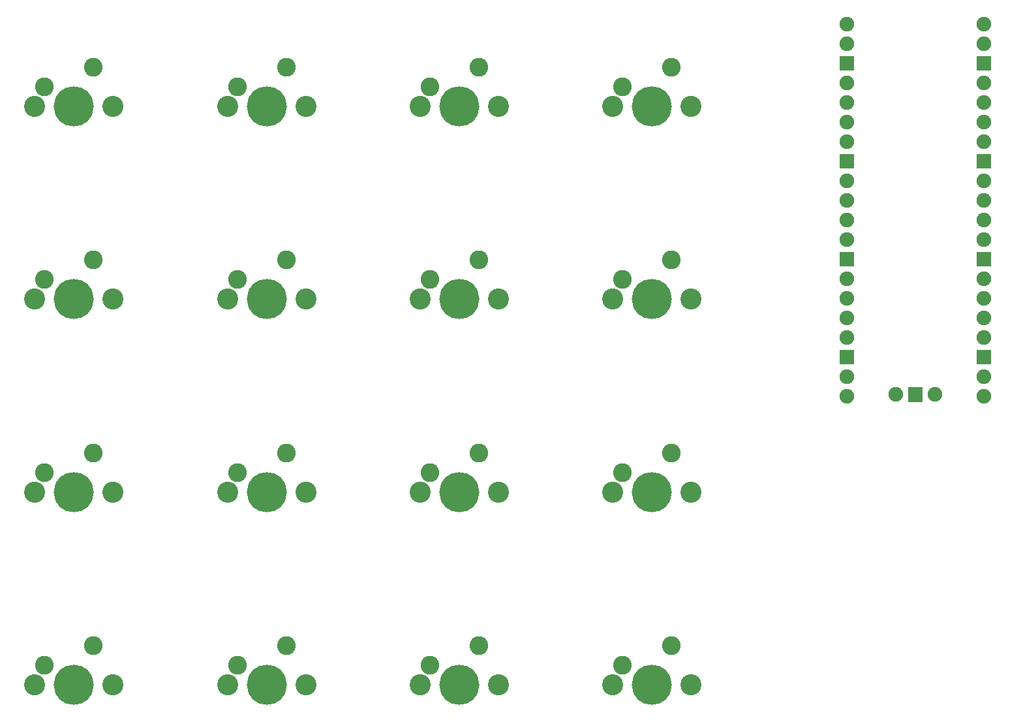
<source format=gbs>
G04 Layer: BottomSolderMaskLayer*
G04 EasyEDA v6.5.1, 2022-06-14 18:14:27*
G04 a67cddfb3fce44daa9051d46cbbcc19f,10*
G04 Gerber Generator version 0.2*
G04 Scale: 100 percent, Rotated: No, Reflected: No *
G04 Dimensions in millimeters *
G04 leading zeros omitted , absolute positions ,4 integer and 5 decimal *
%FSLAX45Y45*%
%MOMM*%

%ADD26C,1.9032*%
%ADD28C,2.4257*%
%ADD29C,5.2070*%
%ADD30C,2.7305*%

%LPD*%
D26*
G01*
X11411000Y9813000D03*
G01*
X11411000Y9559000D03*
G36*
X11315954Y9209786D02*
G01*
X11315954Y9400286D01*
X11506200Y9400286D01*
X11506200Y9209786D01*
G37*
G01*
X11411000Y9051000D03*
G01*
X11411000Y8797000D03*
G01*
X11411000Y8543000D03*
G01*
X11411000Y8289000D03*
G36*
X11315954Y7939786D02*
G01*
X11315954Y8130286D01*
X11506200Y8130286D01*
X11506200Y7939786D01*
G37*
G01*
X11411000Y7781000D03*
G01*
X11411000Y7527000D03*
G01*
X11411000Y7273000D03*
G01*
X11411000Y7019000D03*
G36*
X11315954Y6669786D02*
G01*
X11315954Y6860286D01*
X11506200Y6860286D01*
X11506200Y6669786D01*
G37*
G01*
X11411000Y6511000D03*
G01*
X11411000Y6257000D03*
G01*
X11411000Y6003000D03*
G01*
X11411000Y5749000D03*
G36*
X11315954Y5399786D02*
G01*
X11315954Y5590286D01*
X11506200Y5590286D01*
X11506200Y5399786D01*
G37*
G01*
X11411000Y5241000D03*
G01*
X11411000Y4987000D03*
G01*
X13189000Y4987000D03*
G01*
X13189000Y5241000D03*
G36*
X13093954Y5399786D02*
G01*
X13093954Y5590286D01*
X13284200Y5590286D01*
X13284200Y5399786D01*
G37*
G01*
X13189000Y5749000D03*
G01*
X13189000Y6003000D03*
G01*
X13189000Y6257000D03*
G01*
X13189000Y6511000D03*
G36*
X13093954Y6669786D02*
G01*
X13093954Y6860286D01*
X13284200Y6860286D01*
X13284200Y6669786D01*
G37*
G01*
X13189000Y7019000D03*
G01*
X13189000Y7273000D03*
G01*
X13189000Y7527000D03*
G01*
X13189000Y7781000D03*
G36*
X13093954Y7939786D02*
G01*
X13093954Y8130286D01*
X13284200Y8130286D01*
X13284200Y7939786D01*
G37*
G01*
X13189000Y8289000D03*
G01*
X13189000Y8543000D03*
G01*
X13189000Y8797000D03*
G01*
X13189000Y9051000D03*
G36*
X13093954Y9209786D02*
G01*
X13093954Y9400286D01*
X13284200Y9400286D01*
X13284200Y9209786D01*
G37*
G01*
X13189000Y9559000D03*
G01*
X13189000Y9813000D03*
G01*
X12046000Y5010012D03*
G36*
X12204954Y4914900D02*
G01*
X12204954Y5105145D01*
X12395200Y5105145D01*
X12395200Y4914900D01*
G37*
G01*
X12554000Y5010012D03*
D28*
G01*
X1000000Y8999999D03*
G01*
X1635000Y9253999D03*
D29*
G01*
X1381000Y8745999D03*
D30*
G01*
X873000Y8745999D03*
G01*
X1889000Y8745999D03*
D28*
G01*
X3500000Y8999999D03*
G01*
X4135000Y9253999D03*
D29*
G01*
X3881000Y8745999D03*
D30*
G01*
X3373000Y8745999D03*
G01*
X4389000Y8745999D03*
D28*
G01*
X6000000Y8999999D03*
G01*
X6635000Y9253999D03*
D29*
G01*
X6381000Y8745999D03*
D30*
G01*
X5873000Y8745999D03*
G01*
X6889000Y8745999D03*
D28*
G01*
X8500000Y8999999D03*
G01*
X9135000Y9253999D03*
D29*
G01*
X8881000Y8745999D03*
D30*
G01*
X8373000Y8745999D03*
G01*
X9389000Y8745999D03*
D28*
G01*
X1000000Y6499999D03*
G01*
X1635000Y6753999D03*
D29*
G01*
X1381000Y6245999D03*
D30*
G01*
X873000Y6245999D03*
G01*
X1889000Y6245999D03*
D28*
G01*
X3500000Y6499999D03*
G01*
X4135000Y6753999D03*
D29*
G01*
X3881000Y6245999D03*
D30*
G01*
X3373000Y6245999D03*
G01*
X4389000Y6245999D03*
D28*
G01*
X6000000Y6499999D03*
G01*
X6635000Y6753999D03*
D29*
G01*
X6381000Y6245999D03*
D30*
G01*
X5873000Y6245999D03*
G01*
X6889000Y6245999D03*
D28*
G01*
X8500000Y6499999D03*
G01*
X9135000Y6753999D03*
D29*
G01*
X8881000Y6245999D03*
D30*
G01*
X8373000Y6245999D03*
G01*
X9389000Y6245999D03*
D28*
G01*
X1000000Y3999999D03*
G01*
X1635000Y4253999D03*
D29*
G01*
X1381000Y3745999D03*
D30*
G01*
X873000Y3745999D03*
G01*
X1889000Y3745999D03*
D28*
G01*
X3500000Y3999999D03*
G01*
X4135000Y4253999D03*
D29*
G01*
X3881000Y3745999D03*
D30*
G01*
X3373000Y3745999D03*
G01*
X4389000Y3745999D03*
D28*
G01*
X6000000Y3999999D03*
G01*
X6635000Y4253999D03*
D29*
G01*
X6381000Y3745999D03*
D30*
G01*
X5873000Y3745999D03*
G01*
X6889000Y3745999D03*
D28*
G01*
X8500000Y3999999D03*
G01*
X9135000Y4253999D03*
D29*
G01*
X8881000Y3745999D03*
D30*
G01*
X8373000Y3745999D03*
G01*
X9389000Y3745999D03*
D28*
G01*
X1000000Y1499999D03*
G01*
X1635000Y1753999D03*
D29*
G01*
X1381000Y1245999D03*
D30*
G01*
X873000Y1245999D03*
G01*
X1889000Y1245999D03*
D28*
G01*
X3500000Y1499999D03*
G01*
X4135000Y1753999D03*
D29*
G01*
X3881000Y1245999D03*
D30*
G01*
X3373000Y1245999D03*
G01*
X4389000Y1245999D03*
D28*
G01*
X6000000Y1499999D03*
G01*
X6635000Y1753999D03*
D29*
G01*
X6381000Y1245999D03*
D30*
G01*
X5873000Y1245999D03*
G01*
X6889000Y1245999D03*
D28*
G01*
X8500000Y1499999D03*
G01*
X9135000Y1753999D03*
D29*
G01*
X8881000Y1245999D03*
D30*
G01*
X8373000Y1245999D03*
G01*
X9389000Y1245999D03*
M02*

</source>
